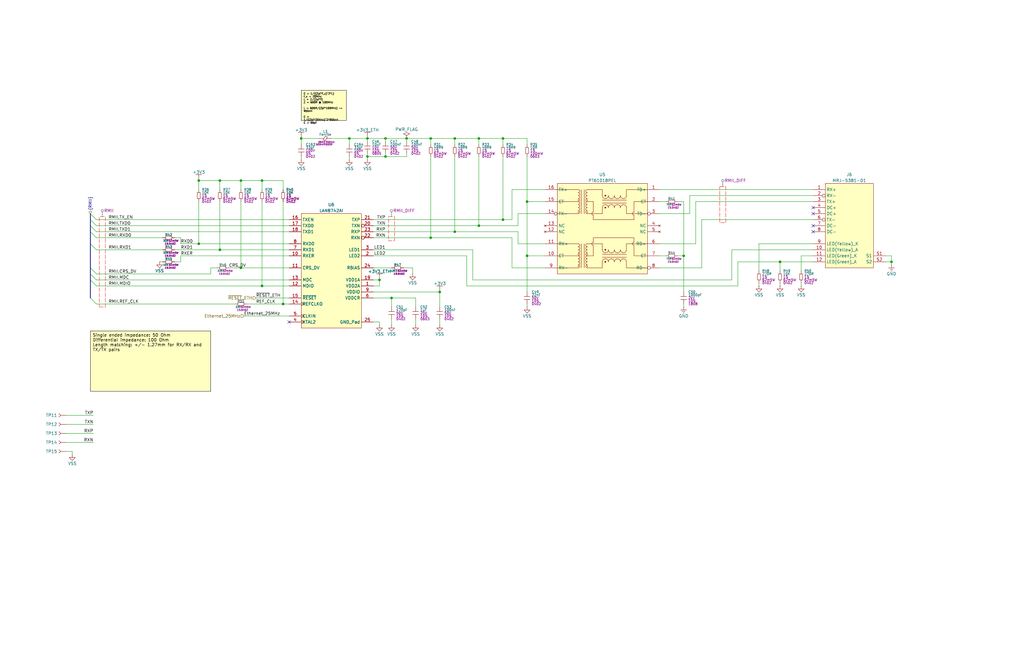
<source format=kicad_sch>
(kicad_sch (version 20250114) (generator "eeschema") (generator_version "9.0")
  (paper "B")
  (title_block (title "Awohali Ethernet") (date "2025-04-14") (rev "1") (comment 2 "PROTOTYPE") (comment 3 "2025"))
  (text_box "C = 1/((2pi*f_c)^2*L)\nf_c = 20MHz\nL = Z/(2pi*f)\nZ = 600R @ 100MHz\n\nL = 600R/(2pi*100MHz) ~= 955nH\n\nC = 1/((2pi*20MHz)^2*955nH\nC = 66pF" (at 127 38.1 0) (size 19.05 12.7) (margins 0.9525 0.9525 0.9525 0.9525) (stroke (width 0) (color 0 0 0 1)) (fill (type color) (color 255 255 194 1)) (effects (font (size 0.762 0.762)) (justify left top)))
  (text_box "Single ended impedance: 50 Ohm\nDifferential impedance: 100 Ohm\nLength matching: +/- 1.27mm for RX/RX and TX/TX pairs" (at 38.1 139.7 0) (size 50.8 25.4) (margins 0.9525 0.9525 0.9525 0.9525) (stroke (width 0) (color 0 0 0 1)) (fill (type color) (color 255 255 194 1)) (effects (font (size 1.27 1.27)) (justify left top)))
  (junction (at 181.61 100.33))
  (junction (at 101.6 76.2))
  (junction (at 110.49 76.2))
  (junction (at 127 58.42))
  (junction (at 191.77 58.42))
  (junction (at 375.92 110.49))
  (junction (at 212.09 58.42))
  (junction (at 110.49 120.65))
  (junction (at 222.25 107.95))
  (junction (at 222.25 85.09))
  (junction (at 162.56 58.42))
  (junction (at 171.45 58.42))
  (junction (at 92.71 105.41))
  (junction (at 212.09 92.71))
  (junction (at 201.93 58.42))
  (junction (at 101.6 113.03))
  (junction (at 92.71 76.2))
  (junction (at 83.82 102.87))
  (junction (at 147.32 58.42))
  (junction (at 83.82 76.2))
  (junction (at 328.93 110.49))
  (junction (at 185.42 123.19))
  (junction (at 165.1 125.73))
  (junction (at 162.56 66.04))
  (junction (at 201.93 95.25))
  (junction (at 191.77 97.79))
  (junction (at 160.02 118.11))
  (junction (at 154.94 58.42))
  (junction (at 181.61 58.42))
  (junction (at 154.94 66.04))
  (junction (at 288.29 107.95))
  (junction (at 119.38 128.27))
  (no_connect (at 342.9 97.79))
  (no_connect (at 342.9 95.25))
  (no_connect (at 342.9 90.17))
  (no_connect (at 342.9 87.63))
  (no_connect (at 121.92 135.89))
  (bus_entry (at 40.64 100.33) (size -2.54 -2.54))
  (bus_entry (at 40.64 105.41) (size -2.54 -2.54))
  (bus_entry (at 40.64 118.11) (size -2.54 -2.54))
  (bus_entry (at 40.64 120.65) (size -2.54 -2.54))
  (bus_entry (at 40.64 97.79) (size -2.54 -2.54))
  (bus_entry (at 40.64 95.25) (size -2.54 -2.54))
  (bus_entry (at 40.64 115.57) (size -2.54 -2.54))
  (bus_entry (at 40.64 128.27) (size -2.54 -2.54))
  (bus_entry (at 40.64 92.71) (size -2.54 -2.54))
  (wire (pts (xy 73.66 110.49) (xy 76.2 110.49)))
  (wire (pts (xy 165.1 129.54) (xy 165.1 125.73)))
  (wire (pts (xy 285.75 85.09) (xy 288.29 85.09)))
  (wire (pts (xy 110.49 76.2) (xy 119.38 76.2)))
  (wire (pts (xy 320.04 102.87) (xy 342.9 102.87)))
  (wire (pts (xy 191.77 97.79) (xy 218.44 97.79)))
  (wire (pts (xy 308.61 118.11) (xy 199.39 118.11)))
  (wire (pts (xy 199.39 105.41) (xy 157.48 105.41)))
  (wire (pts (xy 139.7 58.42) (xy 147.32 58.42)))
  (wire (pts (xy 101.6 76.2) (xy 101.6 80.01)))
  (wire (pts (xy 73.66 105.41) (xy 92.71 105.41)))
  (wire (pts (xy 222.25 60.96) (xy 222.25 58.42)))
  (wire (pts (xy 212.09 66.04) (xy 212.09 92.71)))
  (wire (pts (xy 185.42 134.62) (xy 185.42 137.16)))
  (wire (pts (xy 375.92 111.76) (xy 375.92 110.49)))
  (bus (pts (xy 38.1 90.17) (xy 38.1 92.71)))
  (wire (pts (xy 288.29 107.95) (xy 285.75 107.95)))
  (wire (pts (xy 295.91 92.71) (xy 342.9 92.71)))
  (bus (pts (xy 38.1 115.57) (xy 38.1 113.03)))
  (bus (pts (xy 38.1 115.57) (xy 38.1 118.11)))
  (wire (pts (xy 229.87 107.95) (xy 222.25 107.95)))
  (bus (pts (xy 38.1 118.11) (xy 38.1 125.73)))
  (wire (pts (xy 175.26 129.54) (xy 175.26 125.73)))
  (wire (pts (xy 157.48 100.33) (xy 181.61 100.33)))
  (wire (pts (xy 102.87 133.35) (xy 121.92 133.35)))
  (wire (pts (xy 212.09 92.71) (xy 215.9 92.71)))
  (wire (pts (xy 222.25 66.04) (xy 222.25 85.09)))
  (wire (pts (xy 154.94 59.69) (xy 154.94 58.42)))
  (bus (pts (xy 38.1 102.87) (xy 38.1 113.03)))
  (wire (pts (xy 218.44 95.25) (xy 218.44 90.17)))
  (wire (pts (xy 92.71 76.2) (xy 101.6 76.2)))
  (wire (pts (xy 212.09 58.42) (xy 212.09 60.96)))
  (wire (pts (xy 171.45 66.04) (xy 171.45 64.77)))
  (wire (pts (xy 160.02 120.65) (xy 160.02 118.11)))
  (wire (pts (xy 110.49 120.65) (xy 121.92 120.65)))
  (wire (pts (xy 196.85 107.95) (xy 157.48 107.95)))
  (wire (pts (xy 83.82 102.87) (xy 121.92 102.87)))
  (wire (pts (xy 215.9 80.01) (xy 229.87 80.01)))
  (wire (pts (xy 201.93 58.42) (xy 201.93 60.96)))
  (bus (pts (xy 38.1 102.87) (xy 38.1 97.79)))
  (wire (pts (xy 165.1 134.62) (xy 165.1 137.16)))
  (wire (pts (xy 92.71 105.41) (xy 121.92 105.41)))
  (wire (pts (xy 40.64 115.57) (xy 88.9 115.57)))
  (wire (pts (xy 311.15 110.49) (xy 328.93 110.49)))
  (wire (pts (xy 320.04 119.38) (xy 320.04 120.65)))
  (wire (pts (xy 40.64 120.65) (xy 110.49 120.65)))
  (wire (pts (xy 30.48 190.5) (xy 27.94 190.5)))
  (wire (pts (xy 278.13 107.95) (xy 280.67 107.95)))
  (wire (pts (xy 375.92 110.49) (xy 373.38 110.49)))
  (wire (pts (xy 328.93 110.49) (xy 342.9 110.49)))
  (wire (pts (xy 40.64 118.11) (xy 121.92 118.11)))
  (wire (pts (xy 157.48 92.71) (xy 212.09 92.71)))
  (wire (pts (xy 162.56 58.42) (xy 171.45 58.42)))
  (wire (pts (xy 278.13 80.01) (xy 342.9 80.01)))
  (wire (pts (xy 295.91 92.71) (xy 295.91 113.03)))
  (wire (pts (xy 39.37 175.26) (xy 27.94 175.26)))
  (wire (pts (xy 290.83 90.17) (xy 278.13 90.17)))
  (wire (pts (xy 181.61 60.96) (xy 181.61 58.42)))
  (wire (pts (xy 375.92 107.95) (xy 375.92 110.49)))
  (wire (pts (xy 311.15 110.49) (xy 311.15 120.65)))
  (wire (pts (xy 40.64 97.79) (xy 121.92 97.79)))
  (wire (pts (xy 218.44 90.17) (xy 229.87 90.17)))
  (wire (pts (xy 201.93 58.42) (xy 212.09 58.42)))
  (wire (pts (xy 218.44 102.87) (xy 229.87 102.87)))
  (wire (pts (xy 119.38 85.09) (xy 119.38 128.27)))
  (wire (pts (xy 40.64 95.25) (xy 121.92 95.25)))
  (wire (pts (xy 181.61 100.33) (xy 215.9 100.33)))
  (wire (pts (xy 154.94 58.42) (xy 162.56 58.42)))
  (bus (pts (xy 38.1 95.25) (xy 38.1 92.71)))
  (wire (pts (xy 76.2 100.33) (xy 76.2 102.87)))
  (wire (pts (xy 215.9 100.33) (xy 215.9 113.03)))
  (wire (pts (xy 337.82 119.38) (xy 337.82 120.65)))
  (wire (pts (xy 157.48 97.79) (xy 191.77 97.79)))
  (wire (pts (xy 328.93 110.49) (xy 328.93 114.3)))
  (wire (pts (xy 110.49 76.2) (xy 110.49 80.01)))
  (wire (pts (xy 30.48 191.77) (xy 30.48 190.5)))
  (wire (pts (xy 201.93 66.04) (xy 201.93 95.25)))
  (wire (pts (xy 39.37 186.69) (xy 27.94 186.69)))
  (wire (pts (xy 222.25 107.95) (xy 222.25 123.19)))
  (wire (pts (xy 373.38 107.95) (xy 375.92 107.95)))
  (wire (pts (xy 147.32 66.04) (xy 147.32 67.31)))
  (wire (pts (xy 175.26 134.62) (xy 175.26 137.16)))
  (wire (pts (xy 40.64 128.27) (xy 99.06 128.27)))
  (wire (pts (xy 40.64 92.71) (xy 121.92 92.71)))
  (wire (pts (xy 160.02 118.11) (xy 157.48 118.11)))
  (wire (pts (xy 83.82 76.2) (xy 92.71 76.2)))
  (bus (pts (xy 38.1 97.79) (xy 38.1 95.25)))
  (wire (pts (xy 40.64 100.33) (xy 68.58 100.33)))
  (wire (pts (xy 288.29 128.27) (xy 288.29 129.54)))
  (wire (pts (xy 191.77 66.04) (xy 191.77 97.79)))
  (wire (pts (xy 154.94 66.04) (xy 162.56 66.04)))
  (wire (pts (xy 101.6 113.03) (xy 121.92 113.03)))
  (wire (pts (xy 293.37 85.09) (xy 293.37 102.87)))
  (wire (pts (xy 293.37 85.09) (xy 342.9 85.09)))
  (wire (pts (xy 39.37 179.07) (xy 27.94 179.07)))
  (wire (pts (xy 173.99 113.03) (xy 170.18 113.03)))
  (wire (pts (xy 175.26 125.73) (xy 165.1 125.73)))
  (wire (pts (xy 67.31 110.49) (xy 68.58 110.49)))
  (wire (pts (xy 157.48 123.19) (xy 185.42 123.19)))
  (wire (pts (xy 160.02 137.16) (xy 160.02 135.89)))
  (wire (pts (xy 162.56 64.77) (xy 162.56 66.04)))
  (wire (pts (xy 76.2 110.49) (xy 76.2 107.95)))
  (wire (pts (xy 104.14 128.27) (xy 119.38 128.27)))
  (wire (pts (xy 290.83 82.55) (xy 342.9 82.55)))
  (wire (pts (xy 191.77 58.42) (xy 191.77 60.96)))
  (wire (pts (xy 222.25 85.09) (xy 229.87 85.09)))
  (wire (pts (xy 127 66.04) (xy 127 67.31)))
  (wire (pts (xy 92.71 76.2) (xy 92.71 80.01)))
  (wire (pts (xy 222.25 128.27) (xy 222.25 129.54)))
  (wire (pts (xy 101.6 85.09) (xy 101.6 113.03)))
  (wire (pts (xy 119.38 76.2) (xy 119.38 80.01)))
  (wire (pts (xy 278.13 85.09) (xy 280.67 85.09)))
  (wire (pts (xy 83.82 76.2) (xy 83.82 80.01)))
  (wire (pts (xy 199.39 118.11) (xy 199.39 105.41)))
  (wire (pts (xy 215.9 113.03) (xy 229.87 113.03)))
  (wire (pts (xy 160.02 135.89) (xy 157.48 135.89)))
  (wire (pts (xy 185.42 129.54) (xy 185.42 123.19)))
  (wire (pts (xy 92.71 85.09) (xy 92.71 105.41)))
  (wire (pts (xy 191.77 58.42) (xy 201.93 58.42)))
  (wire (pts (xy 165.1 113.03) (xy 157.48 113.03)))
  (wire (pts (xy 107.95 125.73) (xy 121.92 125.73)))
  (wire (pts (xy 154.94 64.77) (xy 154.94 66.04)))
  (wire (pts (xy 196.85 120.65) (xy 196.85 107.95)))
  (wire (pts (xy 119.38 128.27) (xy 121.92 128.27)))
  (wire (pts (xy 288.29 85.09) (xy 288.29 107.95)))
  (wire (pts (xy 157.48 120.65) (xy 160.02 120.65)))
  (wire (pts (xy 222.25 58.42) (xy 212.09 58.42)))
  (wire (pts (xy 337.82 114.3) (xy 337.82 107.95)))
  (wire (pts (xy 76.2 102.87) (xy 83.82 102.87)))
  (wire (pts (xy 320.04 114.3) (xy 320.04 102.87)))
  (wire (pts (xy 311.15 120.65) (xy 196.85 120.65)))
  (wire (pts (xy 173.99 115.57) (xy 173.99 113.03)))
  (wire (pts (xy 215.9 92.71) (xy 215.9 80.01)))
  (wire (pts (xy 218.44 97.79) (xy 218.44 102.87)))
  (wire (pts (xy 127 58.42) (xy 127 60.96)))
  (wire (pts (xy 288.29 107.95) (xy 288.29 123.19)))
  (wire (pts (xy 201.93 95.25) (xy 218.44 95.25)))
  (wire (pts (xy 308.61 105.41) (xy 342.9 105.41)))
  (wire (pts (xy 110.49 85.09) (xy 110.49 120.65)))
  (wire (pts (xy 147.32 58.42) (xy 147.32 60.96)))
  (wire (pts (xy 293.37 102.87) (xy 278.13 102.87)))
  (wire (pts (xy 101.6 76.2) (xy 110.49 76.2)))
  (wire (pts (xy 290.83 82.55) (xy 290.83 90.17)))
  (wire (pts (xy 157.48 125.73) (xy 165.1 125.73)))
  (wire (pts (xy 73.66 100.33) (xy 76.2 100.33)))
  (wire (pts (xy 127 58.42) (xy 134.62 58.42)))
  (wire (pts (xy 328.93 119.38) (xy 328.93 120.65)))
  (wire (pts (xy 40.64 105.41) (xy 68.58 105.41)))
  (wire (pts (xy 96.52 113.03) (xy 101.6 113.03)))
  (wire (pts (xy 76.2 107.95) (xy 121.92 107.95)))
  (wire (pts (xy 295.91 113.03) (xy 278.13 113.03)))
  (wire (pts (xy 308.61 105.41) (xy 308.61 118.11)))
  (wire (pts (xy 88.9 115.57) (xy 88.9 113.03)))
  (wire (pts (xy 154.94 67.31) (xy 154.94 66.04)))
  (wire (pts (xy 181.61 66.04) (xy 181.61 100.33)))
  (wire (pts (xy 157.48 95.25) (xy 201.93 95.25)))
  (wire (pts (xy 171.45 59.69) (xy 171.45 58.42)))
  (wire (pts (xy 162.56 59.69) (xy 162.56 58.42)))
  (wire (pts (xy 88.9 113.03) (xy 91.44 113.03)))
  (wire (pts (xy 181.61 58.42) (xy 191.77 58.42)))
  (wire (pts (xy 39.37 182.88) (xy 27.94 182.88)))
  (wire (pts (xy 171.45 58.42) (xy 181.61 58.42)))
  (wire (pts (xy 162.56 66.04) (xy 171.45 66.04)))
  (wire (pts (xy 147.32 58.42) (xy 154.94 58.42)))
  (wire (pts (xy 222.25 107.95) (xy 222.25 85.09)))
  (wire (pts (xy 337.82 107.95) (xy 342.9 107.95)))
  (wire (pts (xy 83.82 85.09) (xy 83.82 102.87)))
  (label "RXP" (at 39.37 182.88 180))
  (label "RXP" (at 162.56 97.79 180))
  (label "RMII.RXD1" (at 45.72 105.41 0))
  (label "RXER" (at 76.2 107.95 0))
  (label "~{RESET}_ETH" (at 107.95 125.73 0))
  (label "RXN" (at 39.37 186.69 180))
  (label "RXN" (at 162.56 100.33 180))
  (label "Ethernet_25MHz" (at 102.87 133.35 0))
  (label "TXN" (at 39.37 179.07 180))
  (label "RXD0" (at 76.2 102.87 0))
  (label "RMII.MDIO" (at 45.72 120.65 0))
  (label "CRS_DV" (at 96.52 113.03 0))
  (label "RMII.TXD0" (at 45.72 95.25 0))
  (label "LED1" (at 162.56 105.41 180))
  (label "REF_CLK" (at 107.95 128.27 0))
  (label "RMII.RXD0" (at 45.72 100.33 0))
  (label "RMII.REF_CLK" (at 45.72 128.27 0))
  (label "TXN" (at 162.56 95.25 180))
  (label "TXP" (at 39.37 175.26 180))
  (label "RMII.TX_EN" (at 45.72 92.71 0))
  (label "RMII.CRS_DV" (at 45.72 115.57 0))
  (label "LED2" (at 162.56 107.95 180))
  (label "RMII.MDC" (at 45.72 118.11 0))
  (label "RMII.TXD1" (at 45.72 97.79 0))
  (label "RXD1" (at 76.2 105.41 0))
  (label "TXP" (at 162.56 92.71 180))
  (hierarchical_label "Ethernet_25MHz" (shape input) (at 102.87 133.35 180))
  (hierarchical_label "{RMII}" (shape bidirectional) (at 38.1 90.17 90))
  (hierarchical_label "~{RESET}_ETH" (shape input) (at 107.95 125.73 180))
  (rule_area (polyline (pts (xy 41.91 129.54) (xy 44.45 129.54) (xy 44.45 91.44) (xy 41.91 91.44)) (stroke (width 0) (type dash))))
  (rule_area (polyline (pts (xy 303.53 78.74) (xy 306.07 78.74) (xy 306.07 93.98) (xy 303.53 93.98)) (stroke (width 0) (type dash))))
  (rule_area (polyline (pts (xy 163.83 91.44) (xy 166.37 91.44) (xy 166.37 101.6) (xy 163.83 101.6)) (stroke (width 0) (type dash))))
  (netclass_flag "" (length 2.54) (shape round) (at 43.18 91.44 0) (property "Netclass" "RMII" (at 43.8785 88.9 0) (effects (justify left))))
  (netclass_flag "" (length 2.54) (shape round) (at 165.1 91.44 0) (property "Netclass" "RMII_DIFF" (at 165.7985 88.9 0) (effects (justify left))))
  (netclass_flag "" (length 2.54) (shape round) (at 304.8 78.74 0) (property "Netclass" "RMII_DIFF" (at 305.4985 76.2 0) (effects (justify left))))
  (symbol (lib_id "lib_sch:LAN_10/100_Base-T_Pulse_Transformer") (at 254 96.52 0) (mirror y) (unit 1)
    (property "Reference" "U5" (at 254 73.66 0))
    (property "Value" "PT61018PEL" (at 254 76.2 0))
    (property "Footprint" "lib_ICs:SOP127P930X565-16" (effects (hide yes)))
    (property "Datasheet" "datasheets/Bourns-Inc-PT61018PEL.pdf" (effects (hide yes)))
    (property "Description" "PULSE XFMR 1CT:1CT 350UH" (effects (hide yes)))
    (property "Manufacturer" "Bourns Inc." (effects (hide yes)))
    (property "MPN" "PT61018PEL" (effects (hide yes)))
    (property "DKPN" "PT61018PELCT-ND" (effects (hide yes)))
  )
  (symbol (lib_id "lib_pwr:VSS") (at 337.82 120.65 0) (unit 1)
    (property "Reference" "#PWR0110" (effects (hide yes)))
    (property "Value" "VSS" (at 337.82 124.46 0))
  )
  (symbol (lib_id "lib_pwr:VSS") (at 127 67.31 0) (unit 1)
    (property "Reference" "#PWR0352" (effects (hide yes)))
    (property "Value" "VSS" (at 127 71.12 0))
  )
  (symbol (lib_id "lib_sch:R") (at 337.82 116.84 0) (unit 1)
    (property "Reference" "R50" (at 339.09 114.3 0) (effects (font (size 1.016 1.016)) (justify left)))
    (property "Value" "270R" (at 339.09 115.57 0) (effects (font (size 1.016 1.016)) (justify left)))
    (property "Footprint" "lib_passives:CRCW0402" (effects (hide yes)))
    (property "Datasheet" "datasheets/Vishay-Dale-DCRCWe3.pdf" (effects (hide yes)))
    (property "Description" "RES SMD 270 OHM 1% 1/16W 0402" (effects (hide yes)))
    (property "Manufacturer" "Vishay Dale" (effects (hide yes)))
    (property "MPN" "CRCW0402270RFKED" (effects (hide yes)))
    (property "DKPN" "541-270LCT-ND" (effects (hide yes)))
    (property "Tolerance" "1%" (at 339.09 116.84 0) (effects (font (size 1.016 1.016)) (justify left)))
    (property "Power Rating" "62m5W" (at 339.09 118.11 0) (effects (font (size 1.016 1.016)) (justify left)))
    (property "Package" "0402" (at 339.09 119.38 0) (effects (font (size 1.016 1.016)) (justify left)))
  )
  (symbol (lib_id "lib_sch:C") (at 222.25 125.73 0) (unit 1)
    (property "Reference" "C49" (at 224.155 123.19 0) (effects (font (size 1.016 1.016)) (justify left)))
    (property "Value" "22nF" (at 224.155 124.46 0) (effects (font (size 1.016 1.016)) (justify left)))
    (property "Footprint" "lib_passives:GCM0402" (effects (hide yes)))
    (property "Datasheet" "datasheets/Murata-Electronics-GRT155R71H223KE01.pdf" (effects (hide yes)))
    (property "Description" "CAP CER 0.022UF 50V X7R 0402" (effects (hide yes)))
    (property "Manufacturer" "Murata Electronics" (effects (hide yes)))
    (property "MPN" "GRT155R71H223KE01D" (effects (hide yes)))
    (property "DKPN" "490-GRT155R71H223KE01DCT-ND" (effects (hide yes)))
    (property "Tolerance" "10%" (at 224.155 127 0) (effects (font (size 1.016 1.016)) (justify left)))
    (property "Voltage Rating" "50V" (at 224.155 125.73 0) (effects (font (size 1.016 1.016)) (justify left)))
    (property "Package" "0402" (at 224.155 128.27 0) (effects (font (size 1.016 1.016)) (justify left)))
  )
  (symbol (lib_id "lib_pwr:VSS") (at 320.04 120.65 0) (unit 1)
    (property "Reference" "#PWR0108" (effects (hide yes)))
    (property "Value" "VSS" (at 320.04 124.46 0))
  )
  (symbol (lib_id "lib_sch:C") (at 147.32 63.5 0) (unit 1)
    (property "Reference" "C164" (at 149.225 60.96 0) (effects (font (size 1.016 1.016)) (justify left)))
    (property "Value" "33pF" (at 149.225 62.23 0) (effects (font (size 1.016 1.016)) (justify left)))
    (property "Footprint" "lib_passives:GCM0402" (effects (hide yes)))
    (property "Datasheet" "datasheets/Murata-Electronics-GRT1555C2A330JA02.pdf" (effects (hide yes)))
    (property "Description" "CAP CER 33PF 100V C0G/NP0 0402" (effects (hide yes)))
    (property "Manufacturer" "Murata Electronics" (effects (hide yes)))
    (property "MPN" "GRT1555C2A330JA02D" (effects (hide yes)))
    (property "DKPN" "490-GRT1555C2A330JA02DCT-ND" (effects (hide yes)))
    (property "Tolerance" "5%" (at 149.225 64.77 0) (effects (font (size 1.016 1.016)) (justify left)))
    (property "Voltage Rating" "100V" (at 149.225 63.5 0) (effects (font (size 1.016 1.016)) (justify left)))
    (property "Package" "0402" (at 149.225 66.04 0) (effects (font (size 1.016 1.016)) (justify left)))
  )
  (symbol (lib_id "lib_pwr:VSS") (at 147.32 67.31 0) (unit 1)
    (property "Reference" "#PWR0351" (effects (hide yes)))
    (property "Value" "VSS" (at 147.32 71.12 0))
  )
  (symbol (lib_id "lib_sch:R") (at 119.38 82.55 0) (unit 1)
    (property "Reference" "R40" (at 120.65 80.01 0) (effects (font (size 1.016 1.016)) (justify left)))
    (property "Value" "10K" (at 120.65 81.28 0) (effects (font (size 1.016 1.016)) (justify left)))
    (property "Footprint" "lib_passives:CRCW0402" (effects (hide yes)))
    (property "Datasheet" "datasheets/Vishay-Dale-DCRCWe3.pdf" (effects (hide yes)))
    (property "Description" "RES SMD 10K OHM 1% 1/16W 0402" (effects (hide yes)))
    (property "Manufacturer" "Vishay Dale" (effects (hide yes)))
    (property "MPN" "CRCW040210K0FKED" (effects (hide yes)))
    (property "DKPN" "541-10.0KLCT-ND" (effects (hide yes)))
    (property "Tolerance" "1%" (at 120.65 82.55 0) (effects (font (size 1.016 1.016)) (justify left)))
    (property "Power Rating" "62m5W" (at 120.65 83.82 0) (effects (font (size 1.016 1.016)) (justify left)))
    (property "Package" "0402" (at 120.65 85.09 0) (effects (font (size 1.016 1.016)) (justify left)))
  )
  (symbol (lib_id "lib_sch:Testpoint") (at 25.4 179.07 0) (unit 1) (in_bom no)
    (property "Reference" "TP12" (at 24.13 179.07 0) (effects (justify right)))
    (property "Footprint" "lib_misc:TP_2mm" (effects (hide yes)))
    (property "Manufacturer" "N/A" (effects (hide yes)))
    (property "MPN" "N/A" (effects (hide yes)))
    (property "DKPN" "N/A" (effects (hide yes)))
  )
  (symbol (lib_id "lib_pwr:VSS") (at 328.93 120.65 0) (unit 1)
    (property "Reference" "#PWR0109" (effects (hide yes)))
    (property "Value" "VSS" (at 328.93 124.46 0))
  )
  (symbol (lib_id "lib_sch:R") (at 212.09 63.5 0) (unit 1)
    (property "Reference" "R34" (at 213.36 60.96 0) (effects (font (size 1.016 1.016)) (justify left)))
    (property "Value" "49R9" (at 213.36 62.23 0) (effects (font (size 1.016 1.016)) (justify left)))
    (property "Footprint" "lib_passives:CRCW0402" (effects (hide yes)))
    (property "Datasheet" "datasheets/Vishay-Dale-DCRCWe3.pdf" (effects (hide yes)))
    (property "Description" "RES SMD 49.9 OHM 1% 1/16W 0402" (effects (hide yes)))
    (property "Manufacturer" "Vishay Dale" (effects (hide yes)))
    (property "MPN" "CRCW040249R9FKED" (effects (hide yes)))
    (property "DKPN" "541-49.9LCT-ND" (effects (hide yes)))
    (property "Tolerance" "1%" (at 213.36 63.5 0) (effects (font (size 1.016 1.016)) (justify left)))
    (property "Power Rating" "62m5W" (at 213.36 64.77 0) (effects (font (size 1.016 1.016)) (justify left)))
    (property "Package" "0402" (at 213.36 66.04 0) (effects (font (size 1.016 1.016)) (justify left)))
  )
  (symbol (lib_id "lib_pwr:VSS") (at 222.25 129.54 0) (unit 1)
    (property "Reference" "#PWR0112" (effects (hide yes)))
    (property "Value" "VSS" (at 222.25 133.35 0))
  )
  (symbol (lib_id "lib_sch:MRJ-5381-01") (at 358.14 95.25 0) (unit 1)
    (property "Reference" "J6" (at 358.14 73.66 0))
    (property "Value" "MRJ-5381-01" (at 358.14 76.2 0))
    (property "Footprint" "lib_connectors:MJR-5381-X1" (effects (hide yes)))
    (property "Datasheet" "datasheets/Amphenol-MRJ-53XX-X1.pdf" (effects (hide yes)))
    (property "Description" "CONN MOD JACK 8P8C R/A UNSHLD" (effects (hide yes)))
    (property "Manufacturer" "Amphenol ICC (Commercial Products)" (effects (hide yes)))
    (property "MPN" "MRJ-5381-01" (effects (hide yes)))
    (property "DKPN" "MRJ-5381-01-ND" (effects (hide yes)))
  )
  (symbol (lib_id "lib_sch:C") (at 162.56 62.23 0) (unit 1)
    (property "Reference" "C47" (at 164.465 59.69 0) (effects (font (size 1.016 1.016)) (justify left)))
    (property "Value" "100nF" (at 164.465 60.96 0) (effects (font (size 1.016 1.016)) (justify left)))
    (property "Footprint" "lib_passives:GCM0402" (effects (hide yes)))
    (property "Datasheet" "datasheets/Murata-Electronics-GRT155R71H104KE01.pdf" (effects (hide yes)))
    (property "Description" "CAP CER 0.1UF 50V X7R 0402" (effects (hide yes)))
    (property "Manufacturer" "Murata Electronics" (effects (hide yes)))
    (property "MPN" "GRT155R71H104KE01D" (effects (hide yes)))
    (property "DKPN" "490-GRT155R71H104KE01DCT-ND" (effects (hide yes)))
    (property "Tolerance" "10%" (at 164.465 63.5 0) (effects (font (size 1.016 1.016)) (justify left)))
    (property "Voltage Rating" "50V" (at 164.465 62.23 0) (effects (font (size 1.016 1.016)) (justify left)))
    (property "Package" "0402" (at 164.465 64.77 0) (effects (font (size 1.016 1.016)) (justify left)))
  )
  (symbol (lib_id "lib_sch:R") (at 191.77 63.5 0) (unit 1)
    (property "Reference" "R32" (at 193.04 60.96 0) (effects (font (size 1.016 1.016)) (justify left)))
    (property "Value" "49R9" (at 193.04 62.23 0) (effects (font (size 1.016 1.016)) (justify left)))
    (property "Footprint" "lib_passives:CRCW0402" (effects (hide yes)))
    (property "Datasheet" "datasheets/Vishay-Dale-DCRCWe3.pdf" (effects (hide yes)))
    (property "Description" "RES SMD 49.9 OHM 1% 1/16W 0402" (effects (hide yes)))
    (property "Manufacturer" "Vishay Dale" (effects (hide yes)))
    (property "MPN" "CRCW040249R9FKED" (effects (hide yes)))
    (property "DKPN" "541-49.9LCT-ND" (effects (hide yes)))
    (property "Tolerance" "1%" (at 193.04 63.5 0) (effects (font (size 1.016 1.016)) (justify left)))
    (property "Power Rating" "62m5W" (at 193.04 64.77 0) (effects (font (size 1.016 1.016)) (justify left)))
    (property "Package" "0402" (at 193.04 66.04 0) (effects (font (size 1.016 1.016)) (justify left)))
  )
  (symbol (lib_id "lib_sch:R") (at 83.82 82.55 0) (unit 1)
    (property "Reference" "R36" (at 85.09 80.01 0) (effects (font (size 1.016 1.016)) (justify left)))
    (property "Value" "10K" (at 85.09 81.28 0) (effects (font (size 1.016 1.016)) (justify left)))
    (property "Footprint" "lib_passives:CRCW0402" (effects (hide yes)))
    (property "Datasheet" "datasheets/Vishay-Dale-DCRCWe3.pdf" (effects (hide yes)))
    (property "Description" "RES SMD 10K OHM 1% 1/16W 0402" (effects (hide yes)))
    (property "Manufacturer" "Vishay Dale" (effects (hide yes)))
    (property "MPN" "CRCW040210K0FKED" (effects (hide yes)))
    (property "DKPN" "541-10.0KLCT-ND" (effects (hide yes)))
    (property "Tolerance" "1%" (at 85.09 82.55 0) (effects (font (size 1.016 1.016)) (justify left)))
    (property "Power Rating" "62m5W" (at 85.09 83.82 0) (effects (font (size 1.016 1.016)) (justify left)))
    (property "Package" "0402" (at 85.09 85.09 0) (effects (font (size 1.016 1.016)) (justify left)))
  )
  (symbol (lib_id "lib_pwr:VSS") (at 173.99 115.57 0) (unit 1)
    (property "Reference" "#PWR0106" (effects (hide yes)))
    (property "Value" "VSS" (at 173.99 119.38 0))
  )
  (symbol (lib_id "lib_sch:R") (at 201.93 63.5 0) (unit 1)
    (property "Reference" "R33" (at 203.2 60.96 0) (effects (font (size 1.016 1.016)) (justify left)))
    (property "Value" "49R9" (at 203.2 62.23 0) (effects (font (size 1.016 1.016)) (justify left)))
    (property "Footprint" "lib_passives:CRCW0402" (effects (hide yes)))
    (property "Datasheet" "datasheets/Vishay-Dale-DCRCWe3.pdf" (effects (hide yes)))
    (property "Description" "RES SMD 49.9 OHM 1% 1/16W 0402" (effects (hide yes)))
    (property "Manufacturer" "Vishay Dale" (effects (hide yes)))
    (property "MPN" "CRCW040249R9FKED" (effects (hide yes)))
    (property "DKPN" "541-49.9LCT-ND" (effects (hide yes)))
    (property "Tolerance" "1%" (at 203.2 63.5 0) (effects (font (size 1.016 1.016)) (justify left)))
    (property "Power Rating" "62m5W" (at 203.2 64.77 0) (effects (font (size 1.016 1.016)) (justify left)))
    (property "Package" "0402" (at 203.2 66.04 0) (effects (font (size 1.016 1.016)) (justify left)))
  )
  (symbol (lib_id "lib_pwr:+3V3") (at 83.82 76.2 0) (unit 1)
    (property "Reference" "#PWR0103" (effects (hide yes)))
    (property "Value" "+3V3" (at 83.82 72.644 0))
  )
  (symbol (lib_id "lib_pwr:VSS") (at 30.48 191.77 0) (unit 1)
    (property "Reference" "#PWR0118" (effects (hide yes)))
    (property "Value" "VSS" (at 30.48 195.58 0))
  )
  (symbol (lib_id "lib_sch:R_horizontal") (at 101.6 128.27 0) (unit 1)
    (property "Reference" "R51" (at 101.6 127 0) (effects (font (size 1.016 1.016))))
    (property "Value" "33R" (at 101.6 129.54 0) (effects (font (size 0.762 0.762)) (justify right)))
    (property "Footprint" "lib_passives:CRCW0402" (effects (hide yes)))
    (property "Datasheet" "datasheets/Vishay-Dale-DCRCWe3.pdf" (effects (hide yes)))
    (property "Description" "RES SMD 33 OHM 1% 1/16W 0402" (effects (hide yes)))
    (property "Manufacturer" "Vishay Dale" (effects (hide yes)))
    (property "MPN" "CRCW040233R0FKED" (effects (hide yes)))
    (property "DKPN" "541-33.0LCT-ND" (effects (hide yes)))
    (property "Tolerance" "1%" (at 101.6 130.81 0) (effects (font (size 0.762 0.762)) (justify right)))
    (property "Power Rating" "62m5W" (at 101.6 129.54 0) (effects (font (size 0.762 0.762)) (justify left)))
    (property "Package" "0402" (at 101.6 130.81 0) (effects (font (size 0.762 0.762)) (justify left)))
  )
  (symbol (lib_id "lib_pwr:VSS") (at 160.02 137.16 0) (unit 1)
    (property "Reference" "#PWR0114" (effects (hide yes)))
    (property "Value" "VSS" (at 160.02 140.97 0))
  )
  (symbol (lib_id "lib_sch:C") (at 175.26 132.08 0) (unit 1)
    (property "Reference" "C52" (at 177.165 129.54 0) (effects (font (size 1.016 1.016)) (justify left)))
    (property "Value" "1uF" (at 177.165 130.81 0) (effects (font (size 1.016 1.016)) (justify left)))
    (property "Footprint" "lib_passives:GRT0603" (effects (hide yes)))
    (property "Datasheet" "datasheets/Murata-Electronics-GRT188R71E105KE13.pdf" (effects (hide yes)))
    (property "Description" "CAP CER 1UF 25V X7R 0603" (effects (hide yes)))
    (property "Manufacturer" "Murata Electronics" (effects (hide yes)))
    (property "MPN" "GRT188R71E105KE13D" (effects (hide yes)))
    (property "DKPN" "490-GRT188R71E105KE13DCT-ND" (effects (hide yes)))
    (property "Tolerance" "10%" (at 177.165 133.35 0) (effects (font (size 1.016 1.016)) (justify left)))
    (property "Voltage Rating" "25V" (at 177.165 132.08 0) (effects (font (size 1.016 1.016)) (justify left)))
    (property "Package" "0603" (at 177.165 134.62 0) (effects (font (size 1.016 1.016)) (justify left)))
  )
  (symbol (lib_id "lib_pwr:VSS") (at 154.94 67.31 0) (unit 1)
    (property "Reference" "#PWR0102" (effects (hide yes)))
    (property "Value" "VSS" (at 154.94 71.12 0))
  )
  (symbol (lib_id "lib_sch:R_horizontal") (at 283.21 85.09 0) (unit 1)
    (property "Reference" "R41" (at 283.21 83.82 0) (effects (font (size 1.016 1.016))))
    (property "Value" "75R" (at 283.21 86.36 0) (effects (font (size 0.762 0.762)) (justify right)))
    (property "Footprint" "lib_passives:CRCW0402" (effects (hide yes)))
    (property "Datasheet" "datasheets/Vishay-Dale-DCRCWe3.pdf" (effects (hide yes)))
    (property "Description" "RES SMD 75 OHM 1% 1/16W 0402" (effects (hide yes)))
    (property "Manufacturer" "Vishay Dale" (effects (hide yes)))
    (property "MPN" "CRCW040275R0FKED" (effects (hide yes)))
    (property "DKPN" "541-75.0LCT-ND" (effects (hide yes)))
    (property "Tolerance" "1%" (at 283.21 87.63 0) (effects (font (size 0.762 0.762)) (justify right)))
    (property "Power Rating" "62m5W" (at 283.21 86.36 0) (effects (font (size 0.762 0.762)) (justify left)))
    (property "Package" "0402" (at 283.21 87.63 0) (effects (font (size 0.762 0.762)) (justify left)))
  )
  (symbol (lib_id "lib_sch:R") (at 222.25 63.5 0) (unit 1)
    (property "Reference" "R35" (at 223.52 60.96 0) (effects (font (size 1.016 1.016)) (justify left)))
    (property "Value" "10R" (at 223.52 62.23 0) (effects (font (size 1.016 1.016)) (justify left)))
    (property "Footprint" "lib_passives:CRCW0603" (effects (hide yes)))
    (property "Datasheet" "datasheets/Vishay-Dale-DCRCWe3.pdf" (effects (hide yes)))
    (property "Description" "RES SMD 10 OHM 1% 1/10W 0603" (effects (hide yes)))
    (property "Manufacturer" "Vishay Dale" (effects (hide yes)))
    (property "MPN" "CRCW060310R0FKEA" (effects (hide yes)))
    (property "DKPN" "541-10.0HCT-ND" (effects (hide yes)))
    (property "Tolerance" "1%" (at 223.52 63.5 0) (effects (font (size 1.016 1.016)) (justify left)))
    (property "Power Rating" "100mW" (at 223.52 64.77 0) (effects (font (size 1.016 1.016)) (justify left)))
    (property "Package" "0603" (at 223.52 66.04 0) (effects (font (size 1.016 1.016)) (justify left)))
  )
  (symbol (lib_id "lib_sch:R") (at 92.71 82.55 0) (unit 1)
    (property "Reference" "R37" (at 93.98 80.01 0) (effects (font (size 1.016 1.016)) (justify left)))
    (property "Value" "10K" (at 93.98 81.28 0) (effects (font (size 1.016 1.016)) (justify left)))
    (property "Footprint" "lib_passives:CRCW0402" (effects (hide yes)))
    (property "Datasheet" "datasheets/Vishay-Dale-DCRCWe3.pdf" (effects (hide yes)))
    (property "Description" "RES SMD 10K OHM 1% 1/16W 0402" (effects (hide yes)))
    (property "Manufacturer" "Vishay Dale" (effects (hide yes)))
    (property "MPN" "CRCW040210K0FKED" (effects (hide yes)))
    (property "DKPN" "541-10.0KLCT-ND" (effects (hide yes)))
    (property "Tolerance" "1%" (at 93.98 82.55 0) (effects (font (size 1.016 1.016)) (justify left)))
    (property "Power Rating" "62m5W" (at 93.98 83.82 0) (effects (font (size 1.016 1.016)) (justify left)))
    (property "Package" "0402" (at 93.98 85.09 0) (effects (font (size 1.016 1.016)) (justify left)))
  )
  (symbol (lib_id "lib_sch:C") (at 154.94 62.23 0) (unit 1)
    (property "Reference" "C46" (at 156.845 59.69 0) (effects (font (size 1.016 1.016)) (justify left)))
    (property "Value" "10uF" (at 156.845 60.96 0) (effects (font (size 1.016 1.016)) (justify left)))
    (property "Footprint" "lib_passives:GCM0805" (effects (hide yes)))
    (property "Datasheet" "datasheets/Murata-Electronics-GCM21BR71A106KE22.pdf" (effects (hide yes)))
    (property "Description" "CAP CER 10UF 10V X7R 0805" (effects (hide yes)))
    (property "Manufacturer" "Murata Electronics" (effects (hide yes)))
    (property "MPN" "GCM21BR71A106KE22L" (effects (hide yes)))
    (property "DKPN" "490-10674-1-ND" (effects (hide yes)))
    (property "Tolerance" "10%" (at 156.845 63.5 0) (effects (font (size 1.016 1.016)) (justify left)))
    (property "Voltage Rating" "10V" (at 156.845 62.23 0) (effects (font (size 1.016 1.016)) (justify left)))
    (property "Package" "0805" (at 156.845 64.77 0) (effects (font (size 1.016 1.016)) (justify left)))
  )
  (symbol (lib_id "lib_sch:R_horizontal") (at 283.21 107.95 0) (unit 1)
    (property "Reference" "R44" (at 283.21 106.68 0) (effects (font (size 1.016 1.016))))
    (property "Value" "75R" (at 283.21 109.22 0) (effects (font (size 0.762 0.762)) (justify right)))
    (property "Footprint" "lib_passives:CRCW0402" (effects (hide yes)))
    (property "Datasheet" "datasheets/Vishay-Dale-DCRCWe3.pdf" (effects (hide yes)))
    (property "Description" "RES SMD 75 OHM 1% 1/16W 0402" (effects (hide yes)))
    (property "Manufacturer" "Vishay Dale" (effects (hide yes)))
    (property "MPN" "CRCW040275R0FKED" (effects (hide yes)))
    (property "DKPN" "541-75.0LCT-ND" (effects (hide yes)))
    (property "Tolerance" "1%" (at 283.21 110.49 0) (effects (font (size 0.762 0.762)) (justify right)))
    (property "Power Rating" "62m5W" (at 283.21 109.22 0) (effects (font (size 0.762 0.762)) (justify left)))
    (property "Package" "0402" (at 283.21 110.49 0) (effects (font (size 0.762 0.762)) (justify left)))
  )
  (symbol (lib_id "lib_sch:Testpoint") (at 25.4 175.26 0) (unit 1) (in_bom no)
    (property "Reference" "TP11" (at 24.13 175.26 0) (effects (justify right)))
    (property "Footprint" "lib_misc:TP_2mm" (effects (hide yes)))
    (property "Manufacturer" "N/A" (effects (hide yes)))
    (property "MPN" "N/A" (effects (hide yes)))
    (property "DKPN" "N/A" (effects (hide yes)))
  )
  (symbol (lib_id "lib_sch:Ferrite_horizontal") (at 137.16 58.42 0) (unit 1)
    (property "Reference" "L3" (at 137.16 55.499 0) (effects (font (size 1.016 1.016))))
    (property "Value" "Ferrite" (at 137.16 56.769 0) (effects (font (size 1.016 1.016))))
    (property "Footprint" "lib_passives:L_0603" (effects (hide yes)))
    (property "Datasheet" "datasheets/EATON-EXLA1328.pdf" (effects (hide yes)))
    (property "Description" "FERRITE BEAD 600 OHM 0603 1LN" (effects (hide yes)))
    (property "Manufacturer" "Eaton - Electronics Division" (effects (hide yes)))
    (property "MPN" "MFBA3V1608K-601-R" (effects (hide yes)))
    (property "DKPN" "283-MFBA3V1608K-601-RCT-ND" (effects (hide yes)))
    (property "Package" "0603" (at 137.16 59.944 0) (effects (font (size 0.762 0.762)) (justify right)))
    (property "Current Rating" "350mA" (at 137.16 59.944 0) (effects (font (size 0.762 0.762)) (justify left)))
    (property "DC Resistance" "500mR" (at 137.16 60.96 0) (effects (font (size 0.762 0.762)) (justify right)))
    (property "Impedance" "600R" (at 137.16 60.96 0) (effects (font (size 0.762 0.762)) (justify left)))
  )
  (symbol (lib_id "lib_sch:R_horizontal") (at 93.98 113.03 0) (unit 1)
    (property "Reference" "R46" (at 93.98 111.76 0) (effects (font (size 1.016 1.016))))
    (property "Value" "33R" (at 93.98 114.3 0) (effects (font (size 0.762 0.762)) (justify right)))
    (property "Footprint" "lib_passives:CRCW0402" (effects (hide yes)))
    (property "Datasheet" "datasheets/Vishay-Dale-DCRCWe3.pdf" (effects (hide yes)))
    (property "Description" "RES SMD 33 OHM 1% 1/16W 0402" (effects (hide yes)))
    (property "Manufacturer" "Vishay Dale" (effects (hide yes)))
    (property "MPN" "CRCW040233R0FKED" (effects (hide yes)))
    (property "DKPN" "541-33.0LCT-ND" (effects (hide yes)))
    (property "Tolerance" "1%" (at 93.98 115.57 0) (effects (font (size 0.762 0.762)) (justify right)))
    (property "Power Rating" "62m5W" (at 93.98 114.3 0) (effects (font (size 0.762 0.762)) (justify left)))
    (property "Package" "0402" (at 93.98 115.57 0) (effects (font (size 0.762 0.762)) (justify left)))
  )
  (symbol (lib_id "lib_sch:R") (at 328.93 116.84 0) (unit 1)
    (property "Reference" "R49" (at 330.2 114.3 0) (effects (font (size 1.016 1.016)) (justify left)))
    (property "Value" "10K" (at 330.2 115.57 0) (effects (font (size 1.016 1.016)) (justify left)))
    (property "Footprint" "lib_passives:CRCW0402" (effects (hide yes)))
    (property "Datasheet" "datasheets/Vishay-Dale-DCRCWe3.pdf" (effects (hide yes)))
    (property "Description" "RES SMD 10K OHM 1% 1/16W 0402" (effects (hide yes)))
    (property "Manufacturer" "Vishay Dale" (effects (hide yes)))
    (property "MPN" "CRCW040210K0FKED" (effects (hide yes)))
    (property "DKPN" "541-10.0KLCT-ND" (effects (hide yes)))
    (property "Tolerance" "1%" (at 330.2 116.84 0) (effects (font (size 1.016 1.016)) (justify left)))
    (property "Power Rating" "62m5W" (at 330.2 118.11 0) (effects (font (size 1.016 1.016)) (justify left)))
    (property "Package" "0402" (at 330.2 119.38 0) (effects (font (size 1.016 1.016)) (justify left)))
  )
  (symbol (lib_id "lib_sch:C") (at 288.29 125.73 0) (unit 1)
    (property "Reference" "C50" (at 290.195 123.19 0) (effects (font (size 1.016 1.016)) (justify left)))
    (property "Value" "1000pF" (at 290.195 124.46 0) (effects (font (size 1.016 1.016)) (justify left)))
    (property "Footprint" "lib_passives:GR442" (effects (hide yes)))
    (property "Datasheet" "datasheets/Murata-Electronics-GR442QR73D102KW01.pdf" (effects (hide yes)))
    (property "Description" "CAP CER 1000PF 2KV X7R 1808" (effects (hide yes)))
    (property "Manufacturer" "Murata Electronics" (effects (hide yes)))
    (property "MPN" "GR442QR73D102KW01L" (effects (hide yes)))
    (property "DKPN" "490-8145-1-ND" (effects (hide yes)))
    (property "Tolerance" "10%" (at 290.195 127 0) (effects (font (size 1.016 1.016)) (justify left)))
    (property "Voltage Rating" "2kV" (at 290.195 125.73 0) (effects (font (size 1.016 1.016)) (justify left)))
    (property "Package" "1808" (at 290.195 128.27 0) (effects (font (size 1.016 1.016)) (justify left)))
  )
  (symbol (lib_id "lib_sch:Testpoint") (at 25.4 182.88 0) (unit 1) (in_bom no)
    (property "Reference" "TP13" (at 24.13 182.88 0) (effects (justify right)))
    (property "Footprint" "lib_misc:TP_2mm" (effects (hide yes)))
    (property "Manufacturer" "N/A" (effects (hide yes)))
    (property "MPN" "N/A" (effects (hide yes)))
    (property "DKPN" "N/A" (effects (hide yes)))
  )
  (symbol (lib_id "lib_sch:R") (at 101.6 82.55 0) (unit 1)
    (property "Reference" "R38" (at 102.87 80.01 0) (effects (font (size 1.016 1.016)) (justify left)))
    (property "Value" "10K" (at 102.87 81.28 0) (effects (font (size 1.016 1.016)) (justify left)))
    (property "Footprint" "lib_passives:CRCW0402" (effects (hide yes)))
    (property "Datasheet" "datasheets/Vishay-Dale-DCRCWe3.pdf" (effects (hide yes)))
    (property "Description" "RES SMD 10K OHM 1% 1/16W 0402" (effects (hide yes)))
    (property "Manufacturer" "Vishay Dale" (effects (hide yes)))
    (property "MPN" "CRCW040210K0FKED" (effects (hide yes)))
    (property "DKPN" "541-10.0KLCT-ND" (effects (hide yes)))
    (property "Tolerance" "1%" (at 102.87 82.55 0) (effects (font (size 1.016 1.016)) (justify left)))
    (property "Power Rating" "62m5W" (at 102.87 83.82 0) (effects (font (size 1.016 1.016)) (justify left)))
    (property "Package" "0402" (at 102.87 85.09 0) (effects (font (size 1.016 1.016)) (justify left)))
  )
  (symbol (lib_id "lib_sch:R_horizontal") (at 71.12 105.41 0) (unit 1)
    (property "Reference" "R43" (at 71.12 104.14 0) (effects (font (size 1.016 1.016))))
    (property "Value" "33R" (at 71.12 106.68 0) (effects (font (size 0.762 0.762)) (justify right)))
    (property "Footprint" "lib_passives:CRCW0402" (effects (hide yes)))
    (property "Datasheet" "datasheets/Vishay-Dale-DCRCWe3.pdf" (effects (hide yes)))
    (property "Description" "RES SMD 33 OHM 1% 1/16W 0402" (effects (hide yes)))
    (property "Manufacturer" "Vishay Dale" (effects (hide yes)))
    (property "MPN" "CRCW040233R0FKED" (effects (hide yes)))
    (property "DKPN" "541-33.0LCT-ND" (effects (hide yes)))
    (property "Tolerance" "1%" (at 71.12 107.95 0) (effects (font (size 0.762 0.762)) (justify right)))
    (property "Power Rating" "62m5W" (at 71.12 106.68 0) (effects (font (size 0.762 0.762)) (justify left)))
    (property "Package" "0402" (at 71.12 107.95 0) (effects (font (size 0.762 0.762)) (justify left)))
  )
  (symbol (lib_id "lib_pwr:VSS") (at 185.42 137.16 0) (unit 1)
    (property "Reference" "#PWR0117" (effects (hide yes)))
    (property "Value" "VSS" (at 185.42 140.97 0))
  )
  (symbol (lib_id "lib_sch:Testpoint") (at 25.4 186.69 0) (unit 1) (in_bom no)
    (property "Reference" "TP14" (at 24.13 186.69 0) (effects (justify right)))
    (property "Footprint" "lib_misc:TP_2mm" (effects (hide yes)))
    (property "Manufacturer" "N/A" (effects (hide yes)))
    (property "MPN" "N/A" (effects (hide yes)))
    (property "DKPN" "N/A" (effects (hide yes)))
  )
  (symbol (lib_id "lib_sch:C") (at 171.45 62.23 0) (unit 1)
    (property "Reference" "C48" (at 173.355 59.69 0) (effects (font (size 1.016 1.016)) (justify left)))
    (property "Value" "100nF" (at 173.355 60.96 0) (effects (font (size 1.016 1.016)) (justify left)))
    (property "Footprint" "lib_passives:GCM0402" (effects (hide yes)))
    (property "Datasheet" "datasheets/Murata-Electronics-GRT155R71H104KE01.pdf" (effects (hide yes)))
    (property "Description" "CAP CER 0.1UF 50V X7R 0402" (effects (hide yes)))
    (property "Manufacturer" "Murata Electronics" (effects (hide yes)))
    (property "MPN" "GRT155R71H104KE01D" (effects (hide yes)))
    (property "DKPN" "490-GRT155R71H104KE01DCT-ND" (effects (hide yes)))
    (property "Tolerance" "10%" (at 173.355 63.5 0) (effects (font (size 1.016 1.016)) (justify left)))
    (property "Voltage Rating" "50V" (at 173.355 62.23 0) (effects (font (size 1.016 1.016)) (justify left)))
    (property "Package" "0402" (at 173.355 64.77 0) (effects (font (size 1.016 1.016)) (justify left)))
  )
  (symbol (lib_id "lib_pwr:VSS") (at 175.26 137.16 0) (unit 1)
    (property "Reference" "#PWR0116" (effects (hide yes)))
    (property "Value" "VSS" (at 175.26 140.97 0))
  )
  (symbol (lib_id "lib_pwr:+3V3") (at 185.42 123.19 0) (unit 1)
    (property "Reference" "#PWR0111" (effects (hide yes)))
    (property "Value" "+3V3" (at 185.42 119.634 0))
  )
  (symbol (lib_id "lib_sch:LAN8742Ax") (at 139.7 114.3 0) (unit 1)
    (property "Reference" "U6" (at 139.7 86.36 0))
    (property "Value" "LAN8742AI" (at 139.7 88.9 0))
    (property "Footprint" "lib_ICs:QFN50P400X400X90-24" (effects (hide yes)))
    (property "Datasheet" "datasheets/Microchip-Technologies-LAN8742A.pdf" (effects (hide yes)))
    (property "Description" "Small Footprint RMII 10/100 Ethernet Transceiver" (effects (hide yes)))
    (property "Manufacturer" "Microchip Technology" (effects (hide yes)))
    (property "MPN" "LAN8742AI-CZ-TR" (effects (hide yes)))
    (property "DKPN" "LAN8742AI-CZ-CT-ND" (effects (hide yes)))
    (pin "14" (alternate "REFCLKO"))
    (pin "5" (alternate "CLKIN"))
  )
  (symbol (lib_id "lib_sch:Testpoint") (at 25.4 190.5 0) (unit 1)
    (property "Reference" "TP15" (at 24.13 190.5 0) (effects (justify right)))
    (property "Value" "RCWCTE" (effects (hide yes)))
    (property "Footprint" "lib_misc:TP_RCW" (effects (hide yes)))
    (property "Datasheet" "datasheets/KOA-RC-Series.pdf" (effects (hide yes)))
    (property "Description" "PC TEST POINT" (effects (hide yes)))
    (property "Manufacturer" "KOA Speer Electronics, Inc." (effects (hide yes)))
    (property "MPN" "RCWCTE" (effects (hide yes)))
    (property "DKPN" "2019-RCWCTECT-ND" (effects (hide yes)))
  )
  (symbol (lib_id "lib_sch:C") (at 165.1 132.08 0) (unit 1)
    (property "Reference" "C51" (at 167.005 129.54 0) (effects (font (size 1.016 1.016)) (justify left)))
    (property "Value" "470pF" (at 167.005 130.81 0) (effects (font (size 1.016 1.016)) (justify left)))
    (property "Footprint" "lib_passives:GCM0402" (effects (hide yes)))
    (property "Datasheet" "datasheets/Murata-Electronics-GRT155R71H471KE01.pdf" (effects (hide yes)))
    (property "Description" "CAP CER 470PF 50V X7R 0402" (effects (hide yes)))
    (property "Manufacturer" "Murata Electronics" (effects (hide yes)))
    (property "MPN" "GRT155R71H471KE01D" (effects (hide yes)))
    (property "DKPN" "490-GRT155R71H471KE01DCT-ND" (effects (hide yes)))
    (property "Tolerance" "10%" (at 167.005 133.35 0) (effects (font (size 1.016 1.016)) (justify left)))
    (property "Voltage Rating" "50V" (at 167.005 132.08 0) (effects (font (size 1.016 1.016)) (justify left)))
    (property "Package" "0402" (at 167.005 134.62 0) (effects (font (size 1.016 1.016)) (justify left)))
  )
  (symbol (lib_id "lib_sch:C") (at 127 63.5 0) (unit 1)
    (property "Reference" "C163" (at 128.905 60.96 0) (effects (font (size 1.016 1.016)) (justify left)))
    (property "Value" "33pF" (at 128.905 62.23 0) (effects (font (size 1.016 1.016)) (justify left)))
    (property "Footprint" "lib_passives:GCM0402" (effects (hide yes)))
    (property "Datasheet" "datasheets/Murata-Electronics-GRT1555C2A330JA02.pdf" (effects (hide yes)))
    (property "Description" "CAP CER 33PF 100V C0G/NP0 0402" (effects (hide yes)))
    (property "Manufacturer" "Murata Electronics" (effects (hide yes)))
    (property "MPN" "GRT1555C2A330JA02D" (effects (hide yes)))
    (property "DKPN" "490-GRT1555C2A330JA02DCT-ND" (effects (hide yes)))
    (property "Tolerance" "5%" (at 128.905 64.77 0) (effects (font (size 1.016 1.016)) (justify left)))
    (property "Voltage Rating" "100V" (at 128.905 63.5 0) (effects (font (size 1.016 1.016)) (justify left)))
    (property "Package" "0402" (at 128.905 66.04 0) (effects (font (size 1.016 1.016)) (justify left)))
  )
  (symbol (lib_id "lib_sch:R") (at 181.61 63.5 0) (unit 1)
    (property "Reference" "R31" (at 182.88 60.96 0) (effects (font (size 1.016 1.016)) (justify left)))
    (property "Value" "49R9" (at 182.88 62.23 0) (effects (font (size 1.016 1.016)) (justify left)))
    (property "Footprint" "lib_passives:CRCW0402" (effects (hide yes)))
    (property "Datasheet" "datasheets/Vishay-Dale-DCRCWe3.pdf" (effects (hide yes)))
    (property "Description" "RES SMD 49.9 OHM 1% 1/16W 0402" (effects (hide yes)))
    (property "Manufacturer" "Vishay Dale" (effects (hide yes)))
    (property "MPN" "CRCW040249R9FKED" (effects (hide yes)))
    (property "DKPN" "541-49.9LCT-ND" (effects (hide yes)))
    (property "Tolerance" "1%" (at 182.88 63.5 0) (effects (font (size 1.016 1.016)) (justify left)))
    (property "Power Rating" "62m5W" (at 182.88 64.77 0) (effects (font (size 1.016 1.016)) (justify left)))
    (property "Package" "0402" (at 182.88 66.04 0) (effects (font (size 1.016 1.016)) (justify left)))
  )
  (symbol (lib_id "lib_pwr:GND") (at 288.29 129.54 0) (unit 1)
    (property "Reference" "#PWR0113" (effects (hide yes)))
    (property "Value" "GND" (at 288.29 133.35 0))
  )
  (symbol (lib_id "lib_pwr:+3V3_ETH") (at 160.02 118.11 0) (unit 1)
    (property "Reference" "#PWR0107" (effects (hide yes)))
    (property "Value" "+3V3_ETH" (at 160.02 114.554 0))
  )
  (symbol (lib_id "lib_sch:C") (at 185.42 132.08 0) (unit 1)
    (property "Reference" "C53" (at 187.325 129.54 0) (effects (font (size 1.016 1.016)) (justify left)))
    (property "Value" "100nF" (at 187.325 130.81 0) (effects (font (size 1.016 1.016)) (justify left)))
    (property "Footprint" "lib_passives:GCM0402" (effects (hide yes)))
    (property "Datasheet" "datasheets/Murata-Electronics-GRT155R71H104KE01.pdf" (effects (hide yes)))
    (property "Description" "CAP CER 0.1UF 50V X7R 0402" (effects (hide yes)))
    (property "Manufacturer" "Murata Electronics" (effects (hide yes)))
    (property "MPN" "GRT155R71H104KE01D" (effects (hide yes)))
    (property "DKPN" "490-GRT155R71H104KE01DCT-ND" (effects (hide yes)))
    (property "Tolerance" "10%" (at 187.325 133.35 0) (effects (font (size 1.016 1.016)) (justify left)))
    (property "Voltage Rating" "50V" (at 187.325 132.08 0) (effects (font (size 1.016 1.016)) (justify left)))
    (property "Package" "0402" (at 187.325 134.62 0) (effects (font (size 1.016 1.016)) (justify left)))
  )
  (symbol (lib_id "lib_pwr:VSS") (at 165.1 137.16 0) (unit 1)
    (property "Reference" "#PWR0115" (effects (hide yes)))
    (property "Value" "VSS" (at 165.1 140.97 0))
  )
  (symbol (lib_id "lib_sch:R") (at 320.04 116.84 0) (unit 1)
    (property "Reference" "R48" (at 321.31 114.3 0) (effects (font (size 1.016 1.016)) (justify left)))
    (property "Value" "270R" (at 321.31 115.57 0) (effects (font (size 1.016 1.016)) (justify left)))
    (property "Footprint" "lib_passives:CRCW0402" (effects (hide yes)))
    (property "Datasheet" "datasheets/Vishay-Dale-DCRCWe3.pdf" (effects (hide yes)))
    (property "Description" "RES SMD 270 OHM 1% 1/16W 0402" (effects (hide yes)))
    (property "Manufacturer" "Vishay Dale" (effects (hide yes)))
    (property "MPN" "CRCW0402270RFKED" (effects (hide yes)))
    (property "DKPN" "541-270LCT-ND" (effects (hide yes)))
    (property "Tolerance" "1%" (at 321.31 116.84 0) (effects (font (size 1.016 1.016)) (justify left)))
    (property "Power Rating" "62m5W" (at 321.31 118.11 0) (effects (font (size 1.016 1.016)) (justify left)))
    (property "Package" "0402" (at 321.31 119.38 0) (effects (font (size 1.016 1.016)) (justify left)))
  )
  (symbol (lib_id "lib_pwr:+3V3_ETH") (at 154.94 58.42 0) (unit 1)
    (property "Reference" "#PWR0101" (effects (hide yes)))
    (property "Value" "+3V3_ETH" (at 154.94 54.864 0))
  )
  (symbol (lib_id "lib_pwr:VSS") (at 67.31 110.49 0) (unit 1)
    (property "Reference" "#PWR0104" (effects (hide yes)))
    (property "Value" "VSS" (at 67.31 114.3 0))
  )
  (symbol (lib_id "lib_sch:R") (at 110.49 82.55 0) (unit 1)
    (property "Reference" "R39" (at 111.76 80.01 0) (effects (font (size 1.016 1.016)) (justify left)))
    (property "Value" "10K" (at 111.76 81.28 0) (effects (font (size 1.016 1.016)) (justify left)))
    (property "Footprint" "lib_passives:CRCW0402" (effects (hide yes)))
    (property "Datasheet" "datasheets/Vishay-Dale-DCRCWe3.pdf" (effects (hide yes)))
    (property "Description" "RES SMD 10K OHM 1% 1/16W 0402" (effects (hide yes)))
    (property "Manufacturer" "Vishay Dale" (effects (hide yes)))
    (property "MPN" "CRCW040210K0FKED" (effects (hide yes)))
    (property "DKPN" "541-10.0KLCT-ND" (effects (hide yes)))
    (property "Tolerance" "1%" (at 111.76 82.55 0) (effects (font (size 1.016 1.016)) (justify left)))
    (property "Power Rating" "62m5W" (at 111.76 83.82 0) (effects (font (size 1.016 1.016)) (justify left)))
    (property "Package" "0402" (at 111.76 85.09 0) (effects (font (size 1.016 1.016)) (justify left)))
  )
  (symbol (lib_id "lib_pwr:+3V3") (at 127 58.42 0) (unit 1)
    (property "Reference" "#PWR0100" (effects (hide yes)))
    (property "Value" "+3V3" (at 127 54.864 0))
  )
  (symbol (lib_id "lib_sch:R_horizontal") (at 167.64 113.03 0) (unit 1)
    (property "Reference" "R47" (at 167.64 111.76 0) (effects (font (size 1.016 1.016))))
    (property "Value" "12K1" (at 167.64 114.3 0) (effects (font (size 0.762 0.762)) (justify right)))
    (property "Footprint" "lib_passives:CRCW0402" (effects (hide yes)))
    (property "Datasheet" "datasheets/Vishay-Dale-DCRCWe3.pdf" (effects (hide yes)))
    (property "Description" "RES SMD 12.1K OHM 1% 1/16W 0402" (effects (hide yes)))
    (property "Manufacturer" "Vishay Dale" (effects (hide yes)))
    (property "MPN" "CRCW040212K1FKED" (effects (hide yes)))
    (property "DKPN" "541-12.1KLCT-ND" (effects (hide yes)))
    (property "Tolerance" "1%" (at 167.64 115.57 0) (effects (font (size 0.762 0.762)) (justify right)))
    (property "Power Rating" "62m5W" (at 167.64 114.3 0) (effects (font (size 0.762 0.762)) (justify left)))
    (property "Package" "0402" (at 167.64 115.57 0) (effects (font (size 0.762 0.762)) (justify left)))
  )
  (symbol (lib_id "lib_pwr:PWR_FLAG") (at 171.45 58.42 0) (unit 1)
    (property "Reference" "#FLG010" (effects (hide yes)))
    (property "Value" "PWR_FLAG" (at 171.45 54.61 0))
    (property "Description" "Special symbol for telling ERC where power comes from" (effects (hide yes)))
  )
  (symbol (lib_id "lib_sch:R_horizontal") (at 71.12 110.49 0) (unit 1)
    (property "Reference" "R45" (at 71.12 109.22 0) (effects (font (size 1.016 1.016))))
    (property "Value" "10K" (at 71.12 111.76 0) (effects (font (size 0.762 0.762)) (justify right)))
    (property "Footprint" "lib_passives:CRCW0402" (effects (hide yes)))
    (property "Datasheet" "datasheets/Vishay-Dale-DCRCWe3.pdf" (effects (hide yes)))
    (property "Description" "RES SMD 10K OHM 1% 1/16W 0402" (effects (hide yes)))
    (property "Manufacturer" "Vishay Dale" (effects (hide yes)))
    (property "MPN" "CRCW040210K0FKED" (effects (hide yes)))
    (property "DKPN" "541-10.0KLCT-ND" (effects (hide yes)))
    (property "Tolerance" "1%" (at 71.12 113.03 0) (effects (font (size 0.762 0.762)) (justify right)))
    (property "Power Rating" "62m5W" (at 71.12 111.76 0) (effects (font (size 0.762 0.762)) (justify left)))
    (property "Package" "0402" (at 71.12 113.03 0) (effects (font (size 0.762 0.762)) (justify left)))
  )
  (symbol (lib_id "lib_pwr:GND") (at 375.92 111.76 0) (unit 1)
    (property "Reference" "#PWR0105" (effects (hide yes)))
    (property "Value" "GND" (at 375.92 115.57 0))
  )
  (symbol (lib_id "lib_sch:R_horizontal") (at 71.12 100.33 0) (unit 1)
    (property "Reference" "R42" (at 71.12 99.06 0) (effects (font (size 1.016 1.016))))
    (property "Value" "33R" (at 71.12 101.6 0) (effects (font (size 0.762 0.762)) (justify right)))
    (property "Footprint" "lib_passives:CRCW0402" (effects (hide yes)))
    (property "Datasheet" "datasheets/Vishay-Dale-DCRCWe3.pdf" (effects (hide yes)))
    (property "Description" "RES SMD 33 OHM 1% 1/16W 0402" (effects (hide yes)))
    (property "Manufacturer" "Vishay Dale" (effects (hide yes)))
    (property "MPN" "CRCW040233R0FKED" (effects (hide yes)))
    (property "DKPN" "541-33.0LCT-ND" (effects (hide yes)))
    (property "Tolerance" "1%" (at 71.12 102.87 0) (effects (font (size 0.762 0.762)) (justify right)))
    (property "Power Rating" "62m5W" (at 71.12 101.6 0) (effects (font (size 0.762 0.762)) (justify left)))
    (property "Package" "0402" (at 71.12 102.87 0) (effects (font (size 0.762 0.762)) (justify left)))
  )
)
</source>
